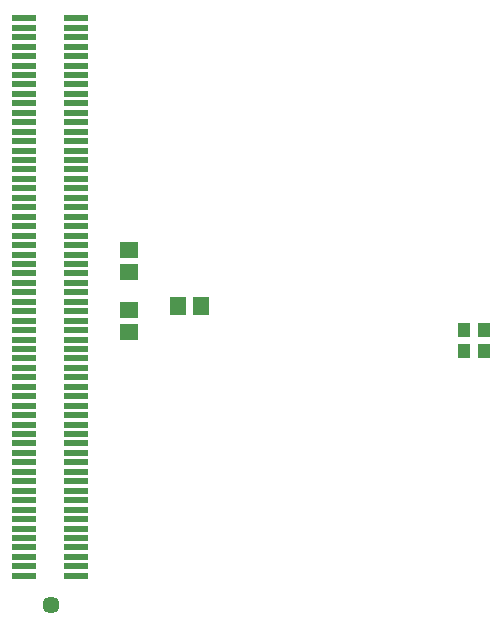
<source format=gbs>
G75*
%MOIN*%
%OFA0B0*%
%FSLAX25Y25*%
%IPPOS*%
%LPD*%
%AMOC8*
5,1,8,0,0,1.08239X$1,22.5*
%
%ADD10R,0.08300X0.02300*%
%ADD11C,0.05700*%
%ADD12R,0.06106X0.05318*%
%ADD13R,0.05318X0.06106*%
%ADD14R,0.04137X0.04531*%
D10*
X0026800Y0031800D03*
X0026800Y0034950D03*
X0026800Y0038099D03*
X0026800Y0041249D03*
X0026800Y0044398D03*
X0026800Y0047548D03*
X0026800Y0050698D03*
X0026800Y0053847D03*
X0026800Y0056997D03*
X0026800Y0060146D03*
X0026800Y0063296D03*
X0026800Y0066446D03*
X0026800Y0069595D03*
X0026800Y0072745D03*
X0026800Y0075894D03*
X0026800Y0079044D03*
X0026800Y0082194D03*
X0026800Y0085343D03*
X0026800Y0088493D03*
X0026800Y0091643D03*
X0026800Y0094792D03*
X0026800Y0097942D03*
X0026800Y0101091D03*
X0026800Y0104241D03*
X0026800Y0107391D03*
X0026800Y0110540D03*
X0026800Y0113690D03*
X0026800Y0116839D03*
X0026800Y0119989D03*
X0026800Y0123139D03*
X0026800Y0126288D03*
X0026800Y0129438D03*
X0026800Y0132587D03*
X0026800Y0135737D03*
X0026800Y0138887D03*
X0026800Y0142036D03*
X0026800Y0145186D03*
X0026800Y0148335D03*
X0026800Y0151485D03*
X0026800Y0154635D03*
X0026800Y0157784D03*
X0026800Y0160934D03*
X0026800Y0164083D03*
X0026800Y0167233D03*
X0026800Y0170383D03*
X0026800Y0173532D03*
X0026800Y0176682D03*
X0026800Y0179831D03*
X0026800Y0182981D03*
X0026800Y0186131D03*
X0026800Y0189280D03*
X0026800Y0192430D03*
X0026800Y0195580D03*
X0026800Y0198729D03*
X0026800Y0201879D03*
X0026800Y0205028D03*
X0026800Y0208178D03*
X0026800Y0211328D03*
X0026800Y0214477D03*
X0026800Y0217627D03*
X0044123Y0217627D03*
X0044123Y0214477D03*
X0044123Y0211328D03*
X0044123Y0208178D03*
X0044123Y0205028D03*
X0044123Y0201879D03*
X0044123Y0198729D03*
X0044123Y0195580D03*
X0044123Y0192430D03*
X0044123Y0189280D03*
X0044123Y0186131D03*
X0044123Y0182981D03*
X0044123Y0179831D03*
X0044123Y0176682D03*
X0044123Y0173532D03*
X0044123Y0170383D03*
X0044123Y0167233D03*
X0044123Y0164083D03*
X0044123Y0160934D03*
X0044123Y0157784D03*
X0044123Y0154635D03*
X0044123Y0151485D03*
X0044123Y0148335D03*
X0044123Y0145186D03*
X0044123Y0142036D03*
X0044123Y0138887D03*
X0044123Y0135737D03*
X0044123Y0132587D03*
X0044123Y0129438D03*
X0044123Y0126288D03*
X0044123Y0123139D03*
X0044123Y0119989D03*
X0044123Y0116839D03*
X0044123Y0113690D03*
X0044123Y0110540D03*
X0044123Y0107391D03*
X0044123Y0104241D03*
X0044123Y0101091D03*
X0044123Y0097942D03*
X0044123Y0094792D03*
X0044123Y0091643D03*
X0044123Y0088493D03*
X0044123Y0085343D03*
X0044123Y0082194D03*
X0044123Y0079044D03*
X0044123Y0075894D03*
X0044123Y0072745D03*
X0044123Y0069595D03*
X0044123Y0066446D03*
X0044123Y0063296D03*
X0044123Y0060146D03*
X0044123Y0056997D03*
X0044123Y0053847D03*
X0044123Y0050698D03*
X0044123Y0047548D03*
X0044123Y0044398D03*
X0044123Y0041249D03*
X0044123Y0038099D03*
X0044123Y0034950D03*
X0044123Y0031800D03*
D11*
X0035500Y0021900D03*
D12*
X0061800Y0113060D03*
X0061800Y0120540D03*
X0061800Y0133060D03*
X0061800Y0140540D03*
D13*
X0078060Y0121800D03*
X0085540Y0121800D03*
D14*
X0173454Y0113675D03*
X0180146Y0113675D03*
X0180146Y0106800D03*
X0173454Y0106800D03*
M02*

</source>
